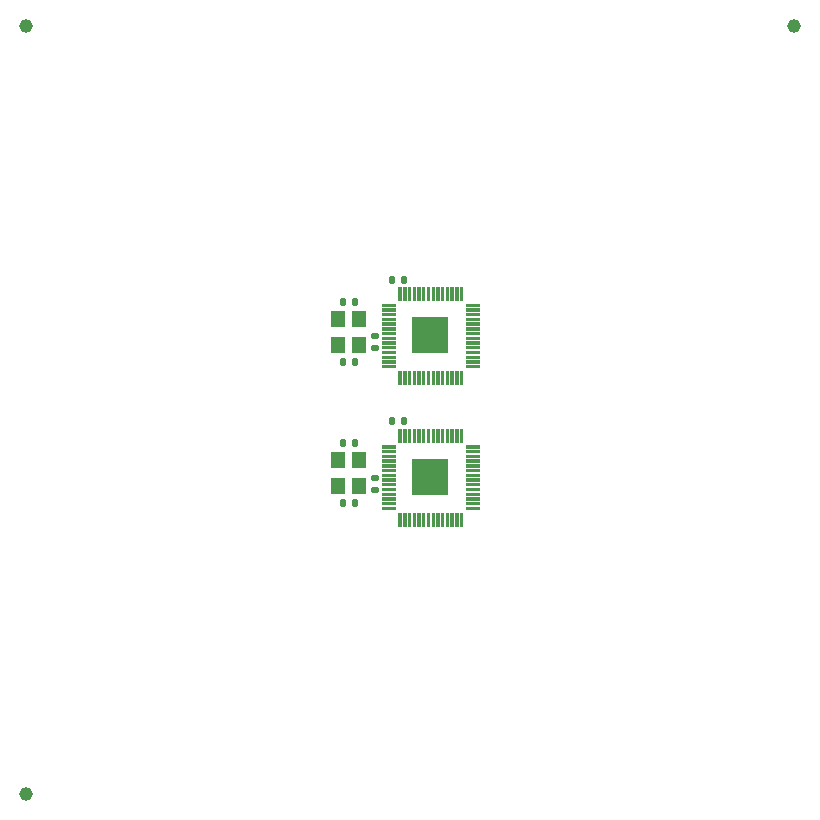
<source format=gtp>
G04 #@! TF.GenerationSoftware,KiCad,Pcbnew,7.0.2-6a45011f42~172~ubuntu22.04.1*
G04 #@! TF.CreationDate,2023-05-27T08:42:39+08:00*
G04 #@! TF.ProjectId,panel_2_1,70616e65-6c5f-4325-9f31-2e6b69636164,rev?*
G04 #@! TF.SameCoordinates,Original*
G04 #@! TF.FileFunction,Paste,Top*
G04 #@! TF.FilePolarity,Positive*
%FSLAX46Y46*%
G04 Gerber Fmt 4.6, Leading zero omitted, Abs format (unit mm)*
G04 Created by KiCad (PCBNEW 7.0.2-6a45011f42~172~ubuntu22.04.1) date 2023-05-27 08:42:39*
%MOMM*%
%LPD*%
G01*
G04 APERTURE LIST*
G04 Aperture macros list*
%AMRoundRect*
0 Rectangle with rounded corners*
0 $1 Rounding radius*
0 $2 $3 $4 $5 $6 $7 $8 $9 X,Y pos of 4 corners*
0 Add a 4 corners polygon primitive as box body*
4,1,4,$2,$3,$4,$5,$6,$7,$8,$9,$2,$3,0*
0 Add four circle primitives for the rounded corners*
1,1,$1+$1,$2,$3*
1,1,$1+$1,$4,$5*
1,1,$1+$1,$6,$7*
1,1,$1+$1,$8,$9*
0 Add four rect primitives between the rounded corners*
20,1,$1+$1,$2,$3,$4,$5,0*
20,1,$1+$1,$4,$5,$6,$7,0*
20,1,$1+$1,$6,$7,$8,$9,0*
20,1,$1+$1,$8,$9,$2,$3,0*%
G04 Aperture macros list end*
%ADD10C,0.120000*%
%ADD11RoundRect,0.135000X-0.135000X-0.185000X0.135000X-0.185000X0.135000X0.185000X-0.135000X0.185000X0*%
%ADD12C,1.152000*%
%ADD13RoundRect,0.140000X-0.140000X-0.170000X0.140000X-0.170000X0.140000X0.170000X-0.140000X0.170000X0*%
%ADD14R,1.200000X1.400000*%
%ADD15RoundRect,0.135000X0.185000X-0.135000X0.185000X0.135000X-0.185000X0.135000X-0.185000X-0.135000X0*%
%ADD16R,0.200000X1.100000*%
%ADD17R,1.100000X0.200000*%
%ADD18R,3.100000X3.100000*%
G04 APERTURE END LIST*
G04 #@! TO.C,U1*
D10*
X39405000Y-37705000D02*
X39205000Y-37705000D01*
X39205000Y-36605000D01*
X39405000Y-36605000D01*
X39405000Y-37705000D01*
G36*
X39405000Y-37705000D02*
G01*
X39205000Y-37705000D01*
X39205000Y-36605000D01*
X39405000Y-36605000D01*
X39405000Y-37705000D01*
G37*
X39005000Y-37705000D02*
X38805000Y-37705000D01*
X38805000Y-36605000D01*
X39005000Y-36605000D01*
X39005000Y-37705000D01*
G36*
X39005000Y-37705000D02*
G01*
X38805000Y-37705000D01*
X38805000Y-36605000D01*
X39005000Y-36605000D01*
X39005000Y-37705000D01*
G37*
X38605000Y-37705000D02*
X38405000Y-37705000D01*
X38405000Y-36605000D01*
X38605000Y-36605000D01*
X38605000Y-37705000D01*
G36*
X38605000Y-37705000D02*
G01*
X38405000Y-37705000D01*
X38405000Y-36605000D01*
X38605000Y-36605000D01*
X38605000Y-37705000D01*
G37*
X38205000Y-37705000D02*
X38005000Y-37705000D01*
X38005000Y-36605000D01*
X38205000Y-36605000D01*
X38205000Y-37705000D01*
G36*
X38205000Y-37705000D02*
G01*
X38005000Y-37705000D01*
X38005000Y-36605000D01*
X38205000Y-36605000D01*
X38205000Y-37705000D01*
G37*
X37805000Y-37705000D02*
X37605000Y-37705000D01*
X37605000Y-36605000D01*
X37805000Y-36605000D01*
X37805000Y-37705000D01*
G36*
X37805000Y-37705000D02*
G01*
X37605000Y-37705000D01*
X37605000Y-36605000D01*
X37805000Y-36605000D01*
X37805000Y-37705000D01*
G37*
X37405000Y-37705000D02*
X37205000Y-37705000D01*
X37205000Y-36605000D01*
X37405000Y-36605000D01*
X37405000Y-37705000D01*
G36*
X37405000Y-37705000D02*
G01*
X37205000Y-37705000D01*
X37205000Y-36605000D01*
X37405000Y-36605000D01*
X37405000Y-37705000D01*
G37*
X37005000Y-37705000D02*
X36805000Y-37705000D01*
X36805000Y-36605000D01*
X37005000Y-36605000D01*
X37005000Y-37705000D01*
G36*
X37005000Y-37705000D02*
G01*
X36805000Y-37705000D01*
X36805000Y-36605000D01*
X37005000Y-36605000D01*
X37005000Y-37705000D01*
G37*
X36205000Y-37705000D02*
X36005000Y-37705000D01*
X36005000Y-36605000D01*
X36205000Y-36605000D01*
X36205000Y-37705000D01*
G36*
X36205000Y-37705000D02*
G01*
X36005000Y-37705000D01*
X36005000Y-36605000D01*
X36205000Y-36605000D01*
X36205000Y-37705000D01*
G37*
X35805000Y-37705000D02*
X35605000Y-37705000D01*
X35605000Y-36605000D01*
X35805000Y-36605000D01*
X35805000Y-37705000D01*
G36*
X35805000Y-37705000D02*
G01*
X35605000Y-37705000D01*
X35605000Y-36605000D01*
X35805000Y-36605000D01*
X35805000Y-37705000D01*
G37*
X35405000Y-37705000D02*
X35205000Y-37705000D01*
X35205000Y-36605000D01*
X35405000Y-36605000D01*
X35405000Y-37705000D01*
G36*
X35405000Y-37705000D02*
G01*
X35205000Y-37705000D01*
X35205000Y-36605000D01*
X35405000Y-36605000D01*
X35405000Y-37705000D01*
G37*
X35005000Y-37705000D02*
X34805000Y-37705000D01*
X34805000Y-36605000D01*
X35005000Y-36605000D01*
X35005000Y-37705000D01*
G36*
X35005000Y-37705000D02*
G01*
X34805000Y-37705000D01*
X34805000Y-36605000D01*
X35005000Y-36605000D01*
X35005000Y-37705000D01*
G37*
X34605000Y-37705000D02*
X34405000Y-37705000D01*
X34405000Y-36605000D01*
X34605000Y-36605000D01*
X34605000Y-37705000D01*
G36*
X34605000Y-37705000D02*
G01*
X34405000Y-37705000D01*
X34405000Y-36605000D01*
X34605000Y-36605000D01*
X34605000Y-37705000D01*
G37*
X34205000Y-37705000D02*
X34005000Y-37705000D01*
X34005000Y-36605000D01*
X34205000Y-36605000D01*
X34205000Y-37705000D01*
G36*
X34205000Y-37705000D02*
G01*
X34005000Y-37705000D01*
X34005000Y-36605000D01*
X34205000Y-36605000D01*
X34205000Y-37705000D01*
G37*
X36605000Y-37705000D02*
X36405000Y-37705000D01*
X36405000Y-36605000D01*
X36605000Y-36605000D01*
X36605000Y-37705000D01*
G36*
X36605000Y-37705000D02*
G01*
X36405000Y-37705000D01*
X36405000Y-36605000D01*
X36605000Y-36605000D01*
X36605000Y-37705000D01*
G37*
X40805000Y-38205000D02*
X39705000Y-38205000D01*
X39705000Y-38005000D01*
X40805000Y-38005000D01*
X40805000Y-38205000D01*
G36*
X40805000Y-38205000D02*
G01*
X39705000Y-38205000D01*
X39705000Y-38005000D01*
X40805000Y-38005000D01*
X40805000Y-38205000D01*
G37*
X33705000Y-38205000D02*
X32605000Y-38205000D01*
X32605000Y-38005000D01*
X33705000Y-38005000D01*
X33705000Y-38205000D01*
G36*
X33705000Y-38205000D02*
G01*
X32605000Y-38205000D01*
X32605000Y-38005000D01*
X33705000Y-38005000D01*
X33705000Y-38205000D01*
G37*
X40805000Y-38605000D02*
X39705000Y-38605000D01*
X39705000Y-38405000D01*
X40805000Y-38405000D01*
X40805000Y-38605000D01*
G36*
X40805000Y-38605000D02*
G01*
X39705000Y-38605000D01*
X39705000Y-38405000D01*
X40805000Y-38405000D01*
X40805000Y-38605000D01*
G37*
X33705000Y-38605000D02*
X32605000Y-38605000D01*
X32605000Y-38405000D01*
X33705000Y-38405000D01*
X33705000Y-38605000D01*
G36*
X33705000Y-38605000D02*
G01*
X32605000Y-38605000D01*
X32605000Y-38405000D01*
X33705000Y-38405000D01*
X33705000Y-38605000D01*
G37*
X33705000Y-39005000D02*
X32605000Y-39005000D01*
X32605000Y-38805000D01*
X33705000Y-38805000D01*
X33705000Y-39005000D01*
G36*
X33705000Y-39005000D02*
G01*
X32605000Y-39005000D01*
X32605000Y-38805000D01*
X33705000Y-38805000D01*
X33705000Y-39005000D01*
G37*
X40805000Y-39005000D02*
X39705000Y-39005000D01*
X39705000Y-38805000D01*
X40805000Y-38805000D01*
X40805000Y-39005000D01*
G36*
X40805000Y-39005000D02*
G01*
X39705000Y-39005000D01*
X39705000Y-38805000D01*
X40805000Y-38805000D01*
X40805000Y-39005000D01*
G37*
X33705000Y-39405000D02*
X32605000Y-39405000D01*
X32605000Y-39205000D01*
X33705000Y-39205000D01*
X33705000Y-39405000D01*
G36*
X33705000Y-39405000D02*
G01*
X32605000Y-39405000D01*
X32605000Y-39205000D01*
X33705000Y-39205000D01*
X33705000Y-39405000D01*
G37*
X40805000Y-39405000D02*
X39705000Y-39405000D01*
X39705000Y-39205000D01*
X40805000Y-39205000D01*
X40805000Y-39405000D01*
G36*
X40805000Y-39405000D02*
G01*
X39705000Y-39405000D01*
X39705000Y-39205000D01*
X40805000Y-39205000D01*
X40805000Y-39405000D01*
G37*
X37945000Y-41945000D02*
X35465000Y-41945000D01*
X35465000Y-39465000D01*
X37945000Y-39465000D01*
X37945000Y-41945000D01*
G36*
X37945000Y-41945000D02*
G01*
X35465000Y-41945000D01*
X35465000Y-39465000D01*
X37945000Y-39465000D01*
X37945000Y-41945000D01*
G37*
X40805000Y-39805000D02*
X39705000Y-39805000D01*
X39705000Y-39605000D01*
X40805000Y-39605000D01*
X40805000Y-39805000D01*
G36*
X40805000Y-39805000D02*
G01*
X39705000Y-39805000D01*
X39705000Y-39605000D01*
X40805000Y-39605000D01*
X40805000Y-39805000D01*
G37*
X33705000Y-39805000D02*
X32605000Y-39805000D01*
X32605000Y-39605000D01*
X33705000Y-39605000D01*
X33705000Y-39805000D01*
G36*
X33705000Y-39805000D02*
G01*
X32605000Y-39805000D01*
X32605000Y-39605000D01*
X33705000Y-39605000D01*
X33705000Y-39805000D01*
G37*
X33705000Y-40205000D02*
X32605000Y-40205000D01*
X32605000Y-40005000D01*
X33705000Y-40005000D01*
X33705000Y-40205000D01*
G36*
X33705000Y-40205000D02*
G01*
X32605000Y-40205000D01*
X32605000Y-40005000D01*
X33705000Y-40005000D01*
X33705000Y-40205000D01*
G37*
X40805000Y-40205000D02*
X39705000Y-40205000D01*
X39705000Y-40005000D01*
X40805000Y-40005000D01*
X40805000Y-40205000D01*
G36*
X40805000Y-40205000D02*
G01*
X39705000Y-40205000D01*
X39705000Y-40005000D01*
X40805000Y-40005000D01*
X40805000Y-40205000D01*
G37*
X33705000Y-40605000D02*
X32605000Y-40605000D01*
X32605000Y-40405000D01*
X33705000Y-40405000D01*
X33705000Y-40605000D01*
G36*
X33705000Y-40605000D02*
G01*
X32605000Y-40605000D01*
X32605000Y-40405000D01*
X33705000Y-40405000D01*
X33705000Y-40605000D01*
G37*
X40805000Y-40605000D02*
X39705000Y-40605000D01*
X39705000Y-40405000D01*
X40805000Y-40405000D01*
X40805000Y-40605000D01*
G36*
X40805000Y-40605000D02*
G01*
X39705000Y-40605000D01*
X39705000Y-40405000D01*
X40805000Y-40405000D01*
X40805000Y-40605000D01*
G37*
X40805000Y-41005000D02*
X39705000Y-41005000D01*
X39705000Y-40805000D01*
X40805000Y-40805000D01*
X40805000Y-41005000D01*
G36*
X40805000Y-41005000D02*
G01*
X39705000Y-41005000D01*
X39705000Y-40805000D01*
X40805000Y-40805000D01*
X40805000Y-41005000D01*
G37*
X33705000Y-41005000D02*
X32605000Y-41005000D01*
X32605000Y-40805000D01*
X33705000Y-40805000D01*
X33705000Y-41005000D01*
G36*
X33705000Y-41005000D02*
G01*
X32605000Y-41005000D01*
X32605000Y-40805000D01*
X33705000Y-40805000D01*
X33705000Y-41005000D01*
G37*
X40805000Y-41405000D02*
X39705000Y-41405000D01*
X39705000Y-41205000D01*
X40805000Y-41205000D01*
X40805000Y-41405000D01*
G36*
X40805000Y-41405000D02*
G01*
X39705000Y-41405000D01*
X39705000Y-41205000D01*
X40805000Y-41205000D01*
X40805000Y-41405000D01*
G37*
X33705000Y-41405000D02*
X32605000Y-41405000D01*
X32605000Y-41205000D01*
X33705000Y-41205000D01*
X33705000Y-41405000D01*
G36*
X33705000Y-41405000D02*
G01*
X32605000Y-41405000D01*
X32605000Y-41205000D01*
X33705000Y-41205000D01*
X33705000Y-41405000D01*
G37*
X33705000Y-41805000D02*
X32605000Y-41805000D01*
X32605000Y-41605000D01*
X33705000Y-41605000D01*
X33705000Y-41805000D01*
G36*
X33705000Y-41805000D02*
G01*
X32605000Y-41805000D01*
X32605000Y-41605000D01*
X33705000Y-41605000D01*
X33705000Y-41805000D01*
G37*
X40805000Y-41805000D02*
X39705000Y-41805000D01*
X39705000Y-41605000D01*
X40805000Y-41605000D01*
X40805000Y-41805000D01*
G36*
X40805000Y-41805000D02*
G01*
X39705000Y-41805000D01*
X39705000Y-41605000D01*
X40805000Y-41605000D01*
X40805000Y-41805000D01*
G37*
X33705000Y-42205000D02*
X32605000Y-42205000D01*
X32605000Y-42005000D01*
X33705000Y-42005000D01*
X33705000Y-42205000D01*
G36*
X33705000Y-42205000D02*
G01*
X32605000Y-42205000D01*
X32605000Y-42005000D01*
X33705000Y-42005000D01*
X33705000Y-42205000D01*
G37*
X40805000Y-42205000D02*
X39705000Y-42205000D01*
X39705000Y-42005000D01*
X40805000Y-42005000D01*
X40805000Y-42205000D01*
G36*
X40805000Y-42205000D02*
G01*
X39705000Y-42205000D01*
X39705000Y-42005000D01*
X40805000Y-42005000D01*
X40805000Y-42205000D01*
G37*
X33705000Y-42605000D02*
X32605000Y-42605000D01*
X32605000Y-42405000D01*
X33705000Y-42405000D01*
X33705000Y-42605000D01*
G36*
X33705000Y-42605000D02*
G01*
X32605000Y-42605000D01*
X32605000Y-42405000D01*
X33705000Y-42405000D01*
X33705000Y-42605000D01*
G37*
X40805000Y-42605000D02*
X39705000Y-42605000D01*
X39705000Y-42405000D01*
X40805000Y-42405000D01*
X40805000Y-42605000D01*
G36*
X40805000Y-42605000D02*
G01*
X39705000Y-42605000D01*
X39705000Y-42405000D01*
X40805000Y-42405000D01*
X40805000Y-42605000D01*
G37*
X40805000Y-43005000D02*
X39705000Y-43005000D01*
X39705000Y-42805000D01*
X40805000Y-42805000D01*
X40805000Y-43005000D01*
G36*
X40805000Y-43005000D02*
G01*
X39705000Y-43005000D01*
X39705000Y-42805000D01*
X40805000Y-42805000D01*
X40805000Y-43005000D01*
G37*
X33705000Y-43005000D02*
X32605000Y-43005000D01*
X32605000Y-42805000D01*
X33705000Y-42805000D01*
X33705000Y-43005000D01*
G36*
X33705000Y-43005000D02*
G01*
X32605000Y-43005000D01*
X32605000Y-42805000D01*
X33705000Y-42805000D01*
X33705000Y-43005000D01*
G37*
X40805000Y-43405000D02*
X39705000Y-43405000D01*
X39705000Y-43205000D01*
X40805000Y-43205000D01*
X40805000Y-43405000D01*
G36*
X40805000Y-43405000D02*
G01*
X39705000Y-43405000D01*
X39705000Y-43205000D01*
X40805000Y-43205000D01*
X40805000Y-43405000D01*
G37*
X33705000Y-43405000D02*
X32605000Y-43405000D01*
X32605000Y-43205000D01*
X33705000Y-43205000D01*
X33705000Y-43405000D01*
G36*
X33705000Y-43405000D02*
G01*
X32605000Y-43405000D01*
X32605000Y-43205000D01*
X33705000Y-43205000D01*
X33705000Y-43405000D01*
G37*
X37005000Y-44805000D02*
X36805000Y-44805000D01*
X36805000Y-43705000D01*
X37005000Y-43705000D01*
X37005000Y-44805000D01*
G36*
X37005000Y-44805000D02*
G01*
X36805000Y-44805000D01*
X36805000Y-43705000D01*
X37005000Y-43705000D01*
X37005000Y-44805000D01*
G37*
X34205000Y-44805000D02*
X34005000Y-44805000D01*
X34005000Y-43705000D01*
X34205000Y-43705000D01*
X34205000Y-44805000D01*
G36*
X34205000Y-44805000D02*
G01*
X34005000Y-44805000D01*
X34005000Y-43705000D01*
X34205000Y-43705000D01*
X34205000Y-44805000D01*
G37*
X39405000Y-44805000D02*
X39205000Y-44805000D01*
X39205000Y-43705000D01*
X39405000Y-43705000D01*
X39405000Y-44805000D01*
G36*
X39405000Y-44805000D02*
G01*
X39205000Y-44805000D01*
X39205000Y-43705000D01*
X39405000Y-43705000D01*
X39405000Y-44805000D01*
G37*
X39005000Y-44805000D02*
X38805000Y-44805000D01*
X38805000Y-43705000D01*
X39005000Y-43705000D01*
X39005000Y-44805000D01*
G36*
X39005000Y-44805000D02*
G01*
X38805000Y-44805000D01*
X38805000Y-43705000D01*
X39005000Y-43705000D01*
X39005000Y-44805000D01*
G37*
X38605000Y-44805000D02*
X38405000Y-44805000D01*
X38405000Y-43705000D01*
X38605000Y-43705000D01*
X38605000Y-44805000D01*
G36*
X38605000Y-44805000D02*
G01*
X38405000Y-44805000D01*
X38405000Y-43705000D01*
X38605000Y-43705000D01*
X38605000Y-44805000D01*
G37*
X38205000Y-44805000D02*
X38005000Y-44805000D01*
X38005000Y-43705000D01*
X38205000Y-43705000D01*
X38205000Y-44805000D01*
G36*
X38205000Y-44805000D02*
G01*
X38005000Y-44805000D01*
X38005000Y-43705000D01*
X38205000Y-43705000D01*
X38205000Y-44805000D01*
G37*
X37805000Y-44805000D02*
X37605000Y-44805000D01*
X37605000Y-43705000D01*
X37805000Y-43705000D01*
X37805000Y-44805000D01*
G36*
X37805000Y-44805000D02*
G01*
X37605000Y-44805000D01*
X37605000Y-43705000D01*
X37805000Y-43705000D01*
X37805000Y-44805000D01*
G37*
X37405000Y-44805000D02*
X37205000Y-44805000D01*
X37205000Y-43705000D01*
X37405000Y-43705000D01*
X37405000Y-44805000D01*
G36*
X37405000Y-44805000D02*
G01*
X37205000Y-44805000D01*
X37205000Y-43705000D01*
X37405000Y-43705000D01*
X37405000Y-44805000D01*
G37*
X36605000Y-44805000D02*
X36405000Y-44805000D01*
X36405000Y-43705000D01*
X36605000Y-43705000D01*
X36605000Y-44805000D01*
G36*
X36605000Y-44805000D02*
G01*
X36405000Y-44805000D01*
X36405000Y-43705000D01*
X36605000Y-43705000D01*
X36605000Y-44805000D01*
G37*
X36205000Y-44805000D02*
X36005000Y-44805000D01*
X36005000Y-43705000D01*
X36205000Y-43705000D01*
X36205000Y-44805000D01*
G36*
X36205000Y-44805000D02*
G01*
X36005000Y-44805000D01*
X36005000Y-43705000D01*
X36205000Y-43705000D01*
X36205000Y-44805000D01*
G37*
X35805000Y-44805000D02*
X35605000Y-44805000D01*
X35605000Y-43705000D01*
X35805000Y-43705000D01*
X35805000Y-44805000D01*
G36*
X35805000Y-44805000D02*
G01*
X35605000Y-44805000D01*
X35605000Y-43705000D01*
X35805000Y-43705000D01*
X35805000Y-44805000D01*
G37*
X35405000Y-44805000D02*
X35205000Y-44805000D01*
X35205000Y-43705000D01*
X35405000Y-43705000D01*
X35405000Y-44805000D01*
G36*
X35405000Y-44805000D02*
G01*
X35205000Y-44805000D01*
X35205000Y-43705000D01*
X35405000Y-43705000D01*
X35405000Y-44805000D01*
G37*
X35005000Y-44805000D02*
X34805000Y-44805000D01*
X34805000Y-43705000D01*
X35005000Y-43705000D01*
X35005000Y-44805000D01*
G36*
X35005000Y-44805000D02*
G01*
X34805000Y-44805000D01*
X34805000Y-43705000D01*
X35005000Y-43705000D01*
X35005000Y-44805000D01*
G37*
X34605000Y-44805000D02*
X34405000Y-44805000D01*
X34405000Y-43705000D01*
X34605000Y-43705000D01*
X34605000Y-44805000D01*
G36*
X34605000Y-44805000D02*
G01*
X34405000Y-44805000D01*
X34405000Y-43705000D01*
X34605000Y-43705000D01*
X34605000Y-44805000D01*
G37*
X39405000Y-25705000D02*
X39205000Y-25705000D01*
X39205000Y-24605000D01*
X39405000Y-24605000D01*
X39405000Y-25705000D01*
G36*
X39405000Y-25705000D02*
G01*
X39205000Y-25705000D01*
X39205000Y-24605000D01*
X39405000Y-24605000D01*
X39405000Y-25705000D01*
G37*
X39005000Y-25705000D02*
X38805000Y-25705000D01*
X38805000Y-24605000D01*
X39005000Y-24605000D01*
X39005000Y-25705000D01*
G36*
X39005000Y-25705000D02*
G01*
X38805000Y-25705000D01*
X38805000Y-24605000D01*
X39005000Y-24605000D01*
X39005000Y-25705000D01*
G37*
X38605000Y-25705000D02*
X38405000Y-25705000D01*
X38405000Y-24605000D01*
X38605000Y-24605000D01*
X38605000Y-25705000D01*
G36*
X38605000Y-25705000D02*
G01*
X38405000Y-25705000D01*
X38405000Y-24605000D01*
X38605000Y-24605000D01*
X38605000Y-25705000D01*
G37*
X38205000Y-25705000D02*
X38005000Y-25705000D01*
X38005000Y-24605000D01*
X38205000Y-24605000D01*
X38205000Y-25705000D01*
G36*
X38205000Y-25705000D02*
G01*
X38005000Y-25705000D01*
X38005000Y-24605000D01*
X38205000Y-24605000D01*
X38205000Y-25705000D01*
G37*
X37805000Y-25705000D02*
X37605000Y-25705000D01*
X37605000Y-24605000D01*
X37805000Y-24605000D01*
X37805000Y-25705000D01*
G36*
X37805000Y-25705000D02*
G01*
X37605000Y-25705000D01*
X37605000Y-24605000D01*
X37805000Y-24605000D01*
X37805000Y-25705000D01*
G37*
X37405000Y-25705000D02*
X37205000Y-25705000D01*
X37205000Y-24605000D01*
X37405000Y-24605000D01*
X37405000Y-25705000D01*
G36*
X37405000Y-25705000D02*
G01*
X37205000Y-25705000D01*
X37205000Y-24605000D01*
X37405000Y-24605000D01*
X37405000Y-25705000D01*
G37*
X37005000Y-25705000D02*
X36805000Y-25705000D01*
X36805000Y-24605000D01*
X37005000Y-24605000D01*
X37005000Y-25705000D01*
G36*
X37005000Y-25705000D02*
G01*
X36805000Y-25705000D01*
X36805000Y-24605000D01*
X37005000Y-24605000D01*
X37005000Y-25705000D01*
G37*
X36205000Y-25705000D02*
X36005000Y-25705000D01*
X36005000Y-24605000D01*
X36205000Y-24605000D01*
X36205000Y-25705000D01*
G36*
X36205000Y-25705000D02*
G01*
X36005000Y-25705000D01*
X36005000Y-24605000D01*
X36205000Y-24605000D01*
X36205000Y-25705000D01*
G37*
X35805000Y-25705000D02*
X35605000Y-25705000D01*
X35605000Y-24605000D01*
X35805000Y-24605000D01*
X35805000Y-25705000D01*
G36*
X35805000Y-25705000D02*
G01*
X35605000Y-25705000D01*
X35605000Y-24605000D01*
X35805000Y-24605000D01*
X35805000Y-25705000D01*
G37*
X35405000Y-25705000D02*
X35205000Y-25705000D01*
X35205000Y-24605000D01*
X35405000Y-24605000D01*
X35405000Y-25705000D01*
G36*
X35405000Y-25705000D02*
G01*
X35205000Y-25705000D01*
X35205000Y-24605000D01*
X35405000Y-24605000D01*
X35405000Y-25705000D01*
G37*
X35005000Y-25705000D02*
X34805000Y-25705000D01*
X34805000Y-24605000D01*
X35005000Y-24605000D01*
X35005000Y-25705000D01*
G36*
X35005000Y-25705000D02*
G01*
X34805000Y-25705000D01*
X34805000Y-24605000D01*
X35005000Y-24605000D01*
X35005000Y-25705000D01*
G37*
X34605000Y-25705000D02*
X34405000Y-25705000D01*
X34405000Y-24605000D01*
X34605000Y-24605000D01*
X34605000Y-25705000D01*
G36*
X34605000Y-25705000D02*
G01*
X34405000Y-25705000D01*
X34405000Y-24605000D01*
X34605000Y-24605000D01*
X34605000Y-25705000D01*
G37*
X34205000Y-25705000D02*
X34005000Y-25705000D01*
X34005000Y-24605000D01*
X34205000Y-24605000D01*
X34205000Y-25705000D01*
G36*
X34205000Y-25705000D02*
G01*
X34005000Y-25705000D01*
X34005000Y-24605000D01*
X34205000Y-24605000D01*
X34205000Y-25705000D01*
G37*
X36605000Y-25705000D02*
X36405000Y-25705000D01*
X36405000Y-24605000D01*
X36605000Y-24605000D01*
X36605000Y-25705000D01*
G36*
X36605000Y-25705000D02*
G01*
X36405000Y-25705000D01*
X36405000Y-24605000D01*
X36605000Y-24605000D01*
X36605000Y-25705000D01*
G37*
X40805000Y-26205000D02*
X39705000Y-26205000D01*
X39705000Y-26005000D01*
X40805000Y-26005000D01*
X40805000Y-26205000D01*
G36*
X40805000Y-26205000D02*
G01*
X39705000Y-26205000D01*
X39705000Y-26005000D01*
X40805000Y-26005000D01*
X40805000Y-26205000D01*
G37*
X33705000Y-26205000D02*
X32605000Y-26205000D01*
X32605000Y-26005000D01*
X33705000Y-26005000D01*
X33705000Y-26205000D01*
G36*
X33705000Y-26205000D02*
G01*
X32605000Y-26205000D01*
X32605000Y-26005000D01*
X33705000Y-26005000D01*
X33705000Y-26205000D01*
G37*
X40805000Y-26605000D02*
X39705000Y-26605000D01*
X39705000Y-26405000D01*
X40805000Y-26405000D01*
X40805000Y-26605000D01*
G36*
X40805000Y-26605000D02*
G01*
X39705000Y-26605000D01*
X39705000Y-26405000D01*
X40805000Y-26405000D01*
X40805000Y-26605000D01*
G37*
X33705000Y-26605000D02*
X32605000Y-26605000D01*
X32605000Y-26405000D01*
X33705000Y-26405000D01*
X33705000Y-26605000D01*
G36*
X33705000Y-26605000D02*
G01*
X32605000Y-26605000D01*
X32605000Y-26405000D01*
X33705000Y-26405000D01*
X33705000Y-26605000D01*
G37*
X33705000Y-27005000D02*
X32605000Y-27005000D01*
X32605000Y-26805000D01*
X33705000Y-26805000D01*
X33705000Y-27005000D01*
G36*
X33705000Y-27005000D02*
G01*
X32605000Y-27005000D01*
X32605000Y-26805000D01*
X33705000Y-26805000D01*
X33705000Y-27005000D01*
G37*
X40805000Y-27005000D02*
X39705000Y-27005000D01*
X39705000Y-26805000D01*
X40805000Y-26805000D01*
X40805000Y-27005000D01*
G36*
X40805000Y-27005000D02*
G01*
X39705000Y-27005000D01*
X39705000Y-26805000D01*
X40805000Y-26805000D01*
X40805000Y-27005000D01*
G37*
X33705000Y-27405000D02*
X32605000Y-27405000D01*
X32605000Y-27205000D01*
X33705000Y-27205000D01*
X33705000Y-27405000D01*
G36*
X33705000Y-27405000D02*
G01*
X32605000Y-27405000D01*
X32605000Y-27205000D01*
X33705000Y-27205000D01*
X33705000Y-27405000D01*
G37*
X40805000Y-27405000D02*
X39705000Y-27405000D01*
X39705000Y-27205000D01*
X40805000Y-27205000D01*
X40805000Y-27405000D01*
G36*
X40805000Y-27405000D02*
G01*
X39705000Y-27405000D01*
X39705000Y-27205000D01*
X40805000Y-27205000D01*
X40805000Y-27405000D01*
G37*
X37945000Y-29945000D02*
X35465000Y-29945000D01*
X35465000Y-27465000D01*
X37945000Y-27465000D01*
X37945000Y-29945000D01*
G36*
X37945000Y-29945000D02*
G01*
X35465000Y-29945000D01*
X35465000Y-27465000D01*
X37945000Y-27465000D01*
X37945000Y-29945000D01*
G37*
X40805000Y-27805000D02*
X39705000Y-27805000D01*
X39705000Y-27605000D01*
X40805000Y-27605000D01*
X40805000Y-27805000D01*
G36*
X40805000Y-27805000D02*
G01*
X39705000Y-27805000D01*
X39705000Y-27605000D01*
X40805000Y-27605000D01*
X40805000Y-27805000D01*
G37*
X33705000Y-27805000D02*
X32605000Y-27805000D01*
X32605000Y-27605000D01*
X33705000Y-27605000D01*
X33705000Y-27805000D01*
G36*
X33705000Y-27805000D02*
G01*
X32605000Y-27805000D01*
X32605000Y-27605000D01*
X33705000Y-27605000D01*
X33705000Y-27805000D01*
G37*
X33705000Y-28205000D02*
X32605000Y-28205000D01*
X32605000Y-28005000D01*
X33705000Y-28005000D01*
X33705000Y-28205000D01*
G36*
X33705000Y-28205000D02*
G01*
X32605000Y-28205000D01*
X32605000Y-28005000D01*
X33705000Y-28005000D01*
X33705000Y-28205000D01*
G37*
X40805000Y-28205000D02*
X39705000Y-28205000D01*
X39705000Y-28005000D01*
X40805000Y-28005000D01*
X40805000Y-28205000D01*
G36*
X40805000Y-28205000D02*
G01*
X39705000Y-28205000D01*
X39705000Y-28005000D01*
X40805000Y-28005000D01*
X40805000Y-28205000D01*
G37*
X33705000Y-28605000D02*
X32605000Y-28605000D01*
X32605000Y-28405000D01*
X33705000Y-28405000D01*
X33705000Y-28605000D01*
G36*
X33705000Y-28605000D02*
G01*
X32605000Y-28605000D01*
X32605000Y-28405000D01*
X33705000Y-28405000D01*
X33705000Y-28605000D01*
G37*
X40805000Y-28605000D02*
X39705000Y-28605000D01*
X39705000Y-28405000D01*
X40805000Y-28405000D01*
X40805000Y-28605000D01*
G36*
X40805000Y-28605000D02*
G01*
X39705000Y-28605000D01*
X39705000Y-28405000D01*
X40805000Y-28405000D01*
X40805000Y-28605000D01*
G37*
X40805000Y-29005000D02*
X39705000Y-29005000D01*
X39705000Y-28805000D01*
X40805000Y-28805000D01*
X40805000Y-29005000D01*
G36*
X40805000Y-29005000D02*
G01*
X39705000Y-29005000D01*
X39705000Y-28805000D01*
X40805000Y-28805000D01*
X40805000Y-29005000D01*
G37*
X33705000Y-29005000D02*
X32605000Y-29005000D01*
X32605000Y-28805000D01*
X33705000Y-28805000D01*
X33705000Y-29005000D01*
G36*
X33705000Y-29005000D02*
G01*
X32605000Y-29005000D01*
X32605000Y-28805000D01*
X33705000Y-28805000D01*
X33705000Y-29005000D01*
G37*
X40805000Y-29405000D02*
X39705000Y-29405000D01*
X39705000Y-29205000D01*
X40805000Y-29205000D01*
X40805000Y-29405000D01*
G36*
X40805000Y-29405000D02*
G01*
X39705000Y-29405000D01*
X39705000Y-29205000D01*
X40805000Y-29205000D01*
X40805000Y-29405000D01*
G37*
X33705000Y-29405000D02*
X32605000Y-29405000D01*
X32605000Y-29205000D01*
X33705000Y-29205000D01*
X33705000Y-29405000D01*
G36*
X33705000Y-29405000D02*
G01*
X32605000Y-29405000D01*
X32605000Y-29205000D01*
X33705000Y-29205000D01*
X33705000Y-29405000D01*
G37*
X33705000Y-29805000D02*
X32605000Y-29805000D01*
X32605000Y-29605000D01*
X33705000Y-29605000D01*
X33705000Y-29805000D01*
G36*
X33705000Y-29805000D02*
G01*
X32605000Y-29805000D01*
X32605000Y-29605000D01*
X33705000Y-29605000D01*
X33705000Y-29805000D01*
G37*
X40805000Y-29805000D02*
X39705000Y-29805000D01*
X39705000Y-29605000D01*
X40805000Y-29605000D01*
X40805000Y-29805000D01*
G36*
X40805000Y-29805000D02*
G01*
X39705000Y-29805000D01*
X39705000Y-29605000D01*
X40805000Y-29605000D01*
X40805000Y-29805000D01*
G37*
X33705000Y-30205000D02*
X32605000Y-30205000D01*
X32605000Y-30005000D01*
X33705000Y-30005000D01*
X33705000Y-30205000D01*
G36*
X33705000Y-30205000D02*
G01*
X32605000Y-30205000D01*
X32605000Y-30005000D01*
X33705000Y-30005000D01*
X33705000Y-30205000D01*
G37*
X40805000Y-30205000D02*
X39705000Y-30205000D01*
X39705000Y-30005000D01*
X40805000Y-30005000D01*
X40805000Y-30205000D01*
G36*
X40805000Y-30205000D02*
G01*
X39705000Y-30205000D01*
X39705000Y-30005000D01*
X40805000Y-30005000D01*
X40805000Y-30205000D01*
G37*
X33705000Y-30605000D02*
X32605000Y-30605000D01*
X32605000Y-30405000D01*
X33705000Y-30405000D01*
X33705000Y-30605000D01*
G36*
X33705000Y-30605000D02*
G01*
X32605000Y-30605000D01*
X32605000Y-30405000D01*
X33705000Y-30405000D01*
X33705000Y-30605000D01*
G37*
X40805000Y-30605000D02*
X39705000Y-30605000D01*
X39705000Y-30405000D01*
X40805000Y-30405000D01*
X40805000Y-30605000D01*
G36*
X40805000Y-30605000D02*
G01*
X39705000Y-30605000D01*
X39705000Y-30405000D01*
X40805000Y-30405000D01*
X40805000Y-30605000D01*
G37*
X40805000Y-31005000D02*
X39705000Y-31005000D01*
X39705000Y-30805000D01*
X40805000Y-30805000D01*
X40805000Y-31005000D01*
G36*
X40805000Y-31005000D02*
G01*
X39705000Y-31005000D01*
X39705000Y-30805000D01*
X40805000Y-30805000D01*
X40805000Y-31005000D01*
G37*
X33705000Y-31005000D02*
X32605000Y-31005000D01*
X32605000Y-30805000D01*
X33705000Y-30805000D01*
X33705000Y-31005000D01*
G36*
X33705000Y-31005000D02*
G01*
X32605000Y-31005000D01*
X32605000Y-30805000D01*
X33705000Y-30805000D01*
X33705000Y-31005000D01*
G37*
X40805000Y-31405000D02*
X39705000Y-31405000D01*
X39705000Y-31205000D01*
X40805000Y-31205000D01*
X40805000Y-31405000D01*
G36*
X40805000Y-31405000D02*
G01*
X39705000Y-31405000D01*
X39705000Y-31205000D01*
X40805000Y-31205000D01*
X40805000Y-31405000D01*
G37*
X33705000Y-31405000D02*
X32605000Y-31405000D01*
X32605000Y-31205000D01*
X33705000Y-31205000D01*
X33705000Y-31405000D01*
G36*
X33705000Y-31405000D02*
G01*
X32605000Y-31405000D01*
X32605000Y-31205000D01*
X33705000Y-31205000D01*
X33705000Y-31405000D01*
G37*
X37005000Y-32805000D02*
X36805000Y-32805000D01*
X36805000Y-31705000D01*
X37005000Y-31705000D01*
X37005000Y-32805000D01*
G36*
X37005000Y-32805000D02*
G01*
X36805000Y-32805000D01*
X36805000Y-31705000D01*
X37005000Y-31705000D01*
X37005000Y-32805000D01*
G37*
X34205000Y-32805000D02*
X34005000Y-32805000D01*
X34005000Y-31705000D01*
X34205000Y-31705000D01*
X34205000Y-32805000D01*
G36*
X34205000Y-32805000D02*
G01*
X34005000Y-32805000D01*
X34005000Y-31705000D01*
X34205000Y-31705000D01*
X34205000Y-32805000D01*
G37*
X39405000Y-32805000D02*
X39205000Y-32805000D01*
X39205000Y-31705000D01*
X39405000Y-31705000D01*
X39405000Y-32805000D01*
G36*
X39405000Y-32805000D02*
G01*
X39205000Y-32805000D01*
X39205000Y-31705000D01*
X39405000Y-31705000D01*
X39405000Y-32805000D01*
G37*
X39005000Y-32805000D02*
X38805000Y-32805000D01*
X38805000Y-31705000D01*
X39005000Y-31705000D01*
X39005000Y-32805000D01*
G36*
X39005000Y-32805000D02*
G01*
X38805000Y-32805000D01*
X38805000Y-31705000D01*
X39005000Y-31705000D01*
X39005000Y-32805000D01*
G37*
X38605000Y-32805000D02*
X38405000Y-32805000D01*
X38405000Y-31705000D01*
X38605000Y-31705000D01*
X38605000Y-32805000D01*
G36*
X38605000Y-32805000D02*
G01*
X38405000Y-32805000D01*
X38405000Y-31705000D01*
X38605000Y-31705000D01*
X38605000Y-32805000D01*
G37*
X38205000Y-32805000D02*
X38005000Y-32805000D01*
X38005000Y-31705000D01*
X38205000Y-31705000D01*
X38205000Y-32805000D01*
G36*
X38205000Y-32805000D02*
G01*
X38005000Y-32805000D01*
X38005000Y-31705000D01*
X38205000Y-31705000D01*
X38205000Y-32805000D01*
G37*
X37805000Y-32805000D02*
X37605000Y-32805000D01*
X37605000Y-31705000D01*
X37805000Y-31705000D01*
X37805000Y-32805000D01*
G36*
X37805000Y-32805000D02*
G01*
X37605000Y-32805000D01*
X37605000Y-31705000D01*
X37805000Y-31705000D01*
X37805000Y-32805000D01*
G37*
X37405000Y-32805000D02*
X37205000Y-32805000D01*
X37205000Y-31705000D01*
X37405000Y-31705000D01*
X37405000Y-32805000D01*
G36*
X37405000Y-32805000D02*
G01*
X37205000Y-32805000D01*
X37205000Y-31705000D01*
X37405000Y-31705000D01*
X37405000Y-32805000D01*
G37*
X36605000Y-32805000D02*
X36405000Y-32805000D01*
X36405000Y-31705000D01*
X36605000Y-31705000D01*
X36605000Y-32805000D01*
G36*
X36605000Y-32805000D02*
G01*
X36405000Y-32805000D01*
X36405000Y-31705000D01*
X36605000Y-31705000D01*
X36605000Y-32805000D01*
G37*
X36205000Y-32805000D02*
X36005000Y-32805000D01*
X36005000Y-31705000D01*
X36205000Y-31705000D01*
X36205000Y-32805000D01*
G36*
X36205000Y-32805000D02*
G01*
X36005000Y-32805000D01*
X36005000Y-31705000D01*
X36205000Y-31705000D01*
X36205000Y-32805000D01*
G37*
X35805000Y-32805000D02*
X35605000Y-32805000D01*
X35605000Y-31705000D01*
X35805000Y-31705000D01*
X35805000Y-32805000D01*
G36*
X35805000Y-32805000D02*
G01*
X35605000Y-32805000D01*
X35605000Y-31705000D01*
X35805000Y-31705000D01*
X35805000Y-32805000D01*
G37*
X35405000Y-32805000D02*
X35205000Y-32805000D01*
X35205000Y-31705000D01*
X35405000Y-31705000D01*
X35405000Y-32805000D01*
G36*
X35405000Y-32805000D02*
G01*
X35205000Y-32805000D01*
X35205000Y-31705000D01*
X35405000Y-31705000D01*
X35405000Y-32805000D01*
G37*
X35005000Y-32805000D02*
X34805000Y-32805000D01*
X34805000Y-31705000D01*
X35005000Y-31705000D01*
X35005000Y-32805000D01*
G36*
X35005000Y-32805000D02*
G01*
X34805000Y-32805000D01*
X34805000Y-31705000D01*
X35005000Y-31705000D01*
X35005000Y-32805000D01*
G37*
X34605000Y-32805000D02*
X34405000Y-32805000D01*
X34405000Y-31705000D01*
X34605000Y-31705000D01*
X34605000Y-32805000D01*
G36*
X34605000Y-32805000D02*
G01*
X34405000Y-32805000D01*
X34405000Y-31705000D01*
X34605000Y-31705000D01*
X34605000Y-32805000D01*
G37*
G04 #@! TD*
D11*
G04 #@! TO.C,R12*
X33440000Y-23970000D03*
X34460000Y-23970000D03*
G04 #@! TD*
D12*
G04 #@! TO.C,REF\u002A\u002A*
X2500000Y-67500000D03*
G04 #@! TD*
G04 #@! TO.C,REF\u002A\u002A*
X67500000Y-2500000D03*
G04 #@! TD*
G04 #@! TO.C,REF\u002A\u002A*
X2500000Y-2500000D03*
G04 #@! TD*
D13*
G04 #@! TO.C,C3*
X29350000Y-37850000D03*
X30310000Y-37850000D03*
G04 #@! TD*
D14*
G04 #@! TO.C,X1*
X30672000Y-41483000D03*
X30672000Y-39283000D03*
X28922000Y-39283000D03*
X28922000Y-41483000D03*
G04 #@! TD*
D11*
G04 #@! TO.C,R12*
X33440000Y-35970000D03*
X34460000Y-35970000D03*
G04 #@! TD*
D14*
G04 #@! TO.C,X1*
X30672000Y-29483000D03*
X30672000Y-27283000D03*
X28922000Y-27283000D03*
X28922000Y-29483000D03*
G04 #@! TD*
D15*
G04 #@! TO.C,R1*
X32000000Y-29800000D03*
X32000000Y-28780000D03*
G04 #@! TD*
D16*
G04 #@! TO.C,U1*
X39305000Y-37155000D03*
X38905000Y-37155000D03*
X38505000Y-37155000D03*
X38105000Y-37155000D03*
X37705000Y-37155000D03*
X37305000Y-37155000D03*
X36905000Y-37155000D03*
X36505000Y-37155000D03*
X36105000Y-37155000D03*
X35705000Y-37155000D03*
X35305000Y-37155000D03*
X34905000Y-37155000D03*
X34505000Y-37155000D03*
X34105000Y-37155000D03*
D17*
X33155000Y-38105000D03*
X33155000Y-38505000D03*
X33155000Y-38905000D03*
X33155000Y-39305000D03*
X33155000Y-39705000D03*
X33155000Y-40105000D03*
X33155000Y-40505000D03*
X33155000Y-40905000D03*
X33155000Y-41305000D03*
X33155000Y-41705000D03*
X33155000Y-42105000D03*
X33155000Y-42505000D03*
X33155000Y-42905000D03*
X33155000Y-43305000D03*
D16*
X34105000Y-44255000D03*
X34505000Y-44255000D03*
X34905000Y-44255000D03*
X35305000Y-44255000D03*
X35705000Y-44255000D03*
X36105000Y-44255000D03*
X36505000Y-44255000D03*
X36905000Y-44255000D03*
X37305000Y-44255000D03*
X37705000Y-44255000D03*
X38105000Y-44255000D03*
X38505000Y-44255000D03*
X38905000Y-44255000D03*
X39305000Y-44255000D03*
D17*
X40255000Y-43305000D03*
X40255000Y-42905000D03*
X40255000Y-42505000D03*
X40255000Y-42105000D03*
X40255000Y-41705000D03*
X40255000Y-41305000D03*
X40255000Y-40905000D03*
X40255000Y-40505000D03*
X40255000Y-40105000D03*
X40255000Y-39705000D03*
X40255000Y-39305000D03*
X40255000Y-38905000D03*
X40255000Y-38505000D03*
X40255000Y-38105000D03*
D18*
X36705000Y-40705000D03*
G04 #@! TD*
D15*
G04 #@! TO.C,R1*
X32000000Y-41800000D03*
X32000000Y-40780000D03*
G04 #@! TD*
D13*
G04 #@! TO.C,C1*
X29330000Y-42920000D03*
X30290000Y-42920000D03*
G04 #@! TD*
G04 #@! TO.C,C3*
X29350000Y-25850000D03*
X30310000Y-25850000D03*
G04 #@! TD*
G04 #@! TO.C,C1*
X29330000Y-30920000D03*
X30290000Y-30920000D03*
G04 #@! TD*
D16*
G04 #@! TO.C,U1*
X39305000Y-25155000D03*
X38905000Y-25155000D03*
X38505000Y-25155000D03*
X38105000Y-25155000D03*
X37705000Y-25155000D03*
X37305000Y-25155000D03*
X36905000Y-25155000D03*
X36505000Y-25155000D03*
X36105000Y-25155000D03*
X35705000Y-25155000D03*
X35305000Y-25155000D03*
X34905000Y-25155000D03*
X34505000Y-25155000D03*
X34105000Y-25155000D03*
D17*
X33155000Y-26105000D03*
X33155000Y-26505000D03*
X33155000Y-26905000D03*
X33155000Y-27305000D03*
X33155000Y-27705000D03*
X33155000Y-28105000D03*
X33155000Y-28505000D03*
X33155000Y-28905000D03*
X33155000Y-29305000D03*
X33155000Y-29705000D03*
X33155000Y-30105000D03*
X33155000Y-30505000D03*
X33155000Y-30905000D03*
X33155000Y-31305000D03*
D16*
X34105000Y-32255000D03*
X34505000Y-32255000D03*
X34905000Y-32255000D03*
X35305000Y-32255000D03*
X35705000Y-32255000D03*
X36105000Y-32255000D03*
X36505000Y-32255000D03*
X36905000Y-32255000D03*
X37305000Y-32255000D03*
X37705000Y-32255000D03*
X38105000Y-32255000D03*
X38505000Y-32255000D03*
X38905000Y-32255000D03*
X39305000Y-32255000D03*
D17*
X40255000Y-31305000D03*
X40255000Y-30905000D03*
X40255000Y-30505000D03*
X40255000Y-30105000D03*
X40255000Y-29705000D03*
X40255000Y-29305000D03*
X40255000Y-28905000D03*
X40255000Y-28505000D03*
X40255000Y-28105000D03*
X40255000Y-27705000D03*
X40255000Y-27305000D03*
X40255000Y-26905000D03*
X40255000Y-26505000D03*
X40255000Y-26105000D03*
D18*
X36705000Y-28705000D03*
G04 #@! TD*
M02*

</source>
